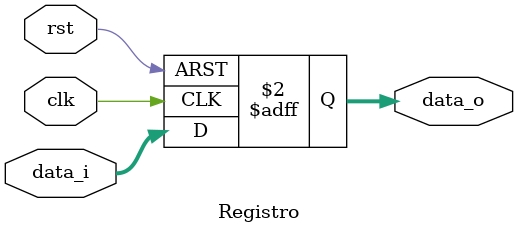
<source format=v>
`timescale 1ns / 1ps
module Registro#(parameter largo = 24)(
	input clk,
	input rst,
	input [largo:0] data_i,
	output reg [largo:0] data_o
    );
	
//reg [largo:0] data_o;
	

always @(posedge clk or posedge rst)
      if (rst) begin
         data_o <= 0;
      end else if (clk) begin
         data_o <= data_i;
      end 
		
endmodule

</source>
